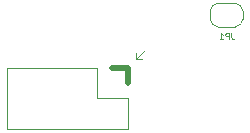
<source format=gbr>
%TF.GenerationSoftware,KiCad,Pcbnew,7.0.7*%
%TF.CreationDate,2024-02-05T14:51:40-08:00*%
%TF.ProjectId,Serberus,53657262-6572-4757-932e-6b696361645f,V2.1*%
%TF.SameCoordinates,Original*%
%TF.FileFunction,Legend,Bot*%
%TF.FilePolarity,Positive*%
%FSLAX46Y46*%
G04 Gerber Fmt 4.6, Leading zero omitted, Abs format (unit mm)*
G04 Created by KiCad (PCBNEW 7.0.7) date 2024-02-05 14:51:40*
%MOMM*%
%LPD*%
G01*
G04 APERTURE LIST*
%ADD10C,0.125000*%
%ADD11C,0.120000*%
%ADD12C,0.500000*%
G04 APERTURE END LIST*
D10*
X157766666Y-121374809D02*
X157766666Y-121731952D01*
X157766666Y-121731952D02*
X157790475Y-121803380D01*
X157790475Y-121803380D02*
X157838094Y-121851000D01*
X157838094Y-121851000D02*
X157909523Y-121874809D01*
X157909523Y-121874809D02*
X157957142Y-121874809D01*
X157528571Y-121874809D02*
X157528571Y-121374809D01*
X157528571Y-121374809D02*
X157338095Y-121374809D01*
X157338095Y-121374809D02*
X157290476Y-121398619D01*
X157290476Y-121398619D02*
X157266666Y-121422428D01*
X157266666Y-121422428D02*
X157242857Y-121470047D01*
X157242857Y-121470047D02*
X157242857Y-121541476D01*
X157242857Y-121541476D02*
X157266666Y-121589095D01*
X157266666Y-121589095D02*
X157290476Y-121612904D01*
X157290476Y-121612904D02*
X157338095Y-121636714D01*
X157338095Y-121636714D02*
X157528571Y-121636714D01*
X156766666Y-121874809D02*
X157052380Y-121874809D01*
X156909523Y-121874809D02*
X156909523Y-121374809D01*
X156909523Y-121374809D02*
X156957142Y-121446238D01*
X156957142Y-121446238D02*
X157004761Y-121493857D01*
X157004761Y-121493857D02*
X157052380Y-121517666D01*
D11*
%TO.C,J5*%
X149717500Y-123099500D02*
X149717500Y-123607500D01*
X149717500Y-123607500D02*
X150479500Y-122845500D01*
X149717500Y-123607500D02*
X150225500Y-123607500D01*
D12*
X149015500Y-124309500D02*
X149015500Y-125639500D01*
X147685500Y-124309500D02*
X149015500Y-124309500D01*
D11*
X146415500Y-124309500D02*
X138735500Y-124309500D01*
X146415500Y-124309500D02*
X146415500Y-126909500D01*
X138735500Y-124309500D02*
X138735500Y-129509500D01*
X149015500Y-126909500D02*
X149015500Y-129509500D01*
X146415500Y-126909500D02*
X149015500Y-126909500D01*
X149015500Y-129509500D02*
X138735500Y-129509500D01*
%TO.C,JP1*%
X155950000Y-119550000D02*
X155950000Y-120150000D01*
X156650000Y-120850000D02*
X158050000Y-120850000D01*
X158050000Y-118850000D02*
X156650000Y-118850000D01*
X158750000Y-120150000D02*
X158750000Y-119550000D01*
X156650000Y-118850000D02*
G75*
G03*
X155950000Y-119550000I-1J-699999D01*
G01*
X155950000Y-120150000D02*
G75*
G03*
X156650000Y-120850000I699999J-1D01*
G01*
X158750000Y-119550000D02*
G75*
G03*
X158050000Y-118850000I-700000J0D01*
G01*
X158050000Y-120850000D02*
G75*
G03*
X158750000Y-120150000I0J700000D01*
G01*
%TD*%
M02*

</source>
